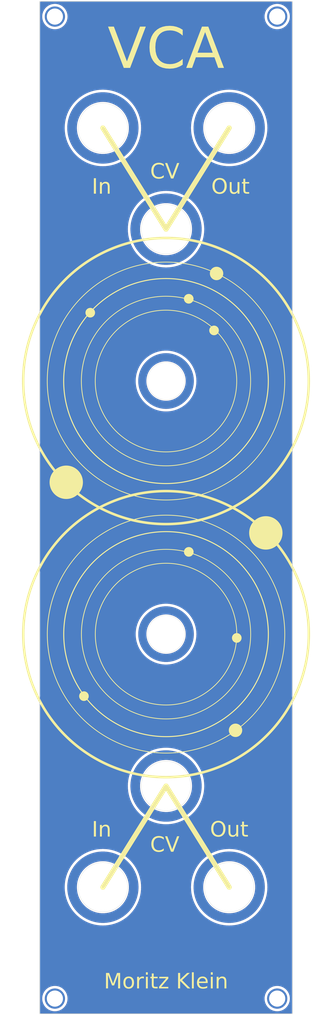
<source format=kicad_pcb>
(kicad_pcb (version 20241229) (generator "pcbnew") (generator_version "9.0")
  (layers (0 "F.Cu" signal) (2 "B.Cu" signal) (13 "F.Paste" user) (15 "B.Paste" user) (5 "F.SilkS" user "F.Silkscreen") (7 "B.SilkS" user "B.Silkscreen") (1 "F.Mask" user) (3 "B.Mask" user) (25 "Edge.Cuts" user))
  (net 0 "")
  (net 1 "GND")
  (footprint "Kosmo_panel:Kosmo_Jack_Hole" (layer "F.Cu") (at 78.6 82.6 180)
    (property "Reference" "H4" (hide yes))
    (property "Value" "Jack_Hole")
    (fp_circle (center 0 0) (end 4.9 0) (stroke (width 0.05)) (fill no) (layer "Edge.Cuts"))
    (pad "1" smd custom (at -6.1 0 180) (size 0.5 0.5) (layers "F.Cu" "F.Mask" "F.Paste") (options (clearance outline) (anchor circle)) (primitives (gr_circle (center 6.1 0) (end 12.2 0) (width 1.9) (fill no))))
    (pad "1" smd custom (at -6.1 0 180) (size 0.5 0.5) (layers "B.Cu" "B.Mask" "B.Paste") (options (clearance outline) (anchor circle)) (primitives (gr_circle (center 6.1 0) (end 12.2 0) (width 1.9) (fill no))))
  )
  (footprint "Kosmo_panel:Kosmo_Panel_Mounting_Hole" (layer "F.Cu") (at 69.1 254.6)
    (property "Reference" "REF**" (hide yes))
    (property "Value" "Kosmo_Panel_Mounting_Hole")
    (pad "1" thru_hole circle (at 0 0) (size 4 4) (drill 3.2) (layers "*.Cu" "*.Mask"))
  )
  (footprint "Kosmo_panel:Kosmo_Jack_Hole" (layer "F.Cu") (at 103.6 232.6)
    (property "Reference" "H4" (hide yes))
    (property "Value" "Jack_Hole")
    (fp_circle (center 0 0) (end 4.9 0) (stroke (width 0.05)) (fill no) (layer "Edge.Cuts"))
    (pad "1" smd custom (at -6.1 0) (size 0.5 0.5) (layers "F.Cu" "F.Mask" "F.Paste") (options (clearance outline) (anchor circle)) (primitives (gr_circle (center 6.1 0) (end 12.2 0) (width 1.9) (fill no))))
    (pad "1" smd custom (at -6.1 0) (size 0.5 0.5) (layers "B.Cu" "B.Mask" "B.Paste") (options (clearance outline) (anchor circle)) (primitives (gr_circle (center 6.1 0) (end 12.2 0) (width 1.9) (fill no))))
  )
  (footprint "Kosmo_panel:Kosmo_Pot_Hole" (layer "F.Cu") (at 91.1 132.6)
    (property "Reference" "H6" (hide yes))
    (property "Value" "Pot_Hole")
    (fp_circle (center 0 0) (end 3.7 0) (stroke (width 0.05)) (fill no) (layer "Edge.Cuts"))
    (pad "1" smd custom (at -4.7 0) (size 0.5 0.5) (layers "F.Cu" "F.Mask" "F.Paste") (options (clearance outline) (anchor circle)) (primitives (gr_circle (center 4.7 0) (end 9.4 0) (width 1.6) (fill no))))
    (pad "1" smd custom (at -4.7 0) (size 0.5 0.5) (layers "B.Cu" "B.Mask" "B.Paste") (options (clearance outline) (anchor circle)) (primitives (gr_circle (center 4.7 0) (end 9.4 0) (width 1.6) (fill no))))
  )
  (footprint "Kosmo_panel:Kosmo_Jack_Hole" (layer "F.Cu") (at 103.6 82.6 180)
    (property "Reference" "H4" (hide yes))
    (property "Value" "Jack_Hole")
    (fp_circle (center 0 0) (end 4.9 0) (stroke (width 0.05)) (fill no) (layer "Edge.Cuts"))
    (pad "1" smd custom (at -6.1 0 180) (size 0.5 0.5) (layers "F.Cu" "F.Mask" "F.Paste") (options (clearance outline) (anchor circle)) (primitives (gr_circle (center 6.1 0) (end 12.2 0) (width 1.9) (fill no))))
    (pad "1" smd custom (at -6.1 0 180) (size 0.5 0.5) (layers "B.Cu" "B.Mask" "B.Paste") (options (clearance outline) (anchor circle)) (primitives (gr_circle (center 6.1 0) (end 12.2 0) (width 1.9) (fill no))))
  )
  (footprint "Kosmo_panel:Kosmo_Jack_Hole" (layer "F.Cu") (at 91.1 212.6)
    (property "Reference" "H4" (hide yes))
    (property "Value" "Jack_Hole")
    (fp_circle (center 0 0) (end 4.9 0) (stroke (width 0.05)) (fill no) (layer "Edge.Cuts"))
    (pad "1" smd custom (at -6.1 0) (size 0.5 0.5) (layers "F.Cu" "F.Mask" "F.Paste") (options (clearance outline) (anchor circle)) (primitives (gr_circle (center 6.1 0) (end 12.2 0) (width 1.9) (fill no))))
    (pad "1" smd custom (at -6.1 0) (size 0.5 0.5) (layers "B.Cu" "B.Mask" "B.Paste") (options (clearance outline) (anchor circle)) (primitives (gr_circle (center 6.1 0) (end 12.2 0) (width 1.9) (fill no))))
  )
  (footprint "Kosmo_panel:Kosmo_Panel_Mounting_Hole" (layer "F.Cu") (at 113.1 60.6)
    (property "Reference" "REF**" (hide yes))
    (property "Value" "Kosmo_Panel_Mounting_Hole")
    (pad "1" thru_hole circle (at 0 0) (size 4 4) (drill 3.2) (layers "*.Cu" "*.Mask"))
  )
  (footprint "Kosmo_panel:Kosmo_Jack_Hole" (layer "F.Cu") (at 78.6 232.6)
    (property "Reference" "H4" (hide yes))
    (property "Value" "Jack_Hole")
    (fp_circle (center 0 0) (end 4.9 0) (stroke (width 0.05)) (fill no) (layer "Edge.Cuts"))
    (pad "1" smd custom (at -6.1 0) (size 0.5 0.5) (layers "F.Cu" "F.Mask" "F.Paste") (options (clearance outline) (anchor circle)) (primitives (gr_circle (center 6.1 0) (end 12.2 0) (width 1.9) (fill no))))
    (pad "1" smd custom (at -6.1 0) (size 0.5 0.5) (layers "B.Cu" "B.Mask" "B.Paste") (options (clearance outline) (anchor circle)) (primitives (gr_circle (center 6.1 0) (end 12.2 0) (width 1.9) (fill no))))
  )
  (footprint "Kosmo_panel:Kosmo_Jack_Hole" (layer "F.Cu") (at 91.1 102.6 180)
    (property "Reference" "H4" (hide yes))
    (property "Value" "Jack_Hole")
    (fp_circle (center 0 0) (end 4.9 0) (stroke (width 0.05)) (fill no) (layer "Edge.Cuts"))
    (pad "1" smd custom (at -6.1 0 180) (size 0.5 0.5) (layers "F.Cu" "F.Mask" "F.Paste") (options (clearance outline) (anchor circle)) (primitives (gr_circle (center 6.1 0) (end 12.2 0) (width 1.9) (fill no))))
    (pad "1" smd custom (at -6.1 0 180) (size 0.5 0.5) (layers "B.Cu" "B.Mask" "B.Paste") (options (clearance outline) (anchor circle)) (primitives (gr_circle (center 6.1 0) (end 12.2 0) (width 1.9) (fill no))))
  )
  (footprint "Kosmo_panel:Kosmo_Panel_Mounting_Hole" (layer "F.Cu") (at 69.1 60.6)
    (property "Reference" "REF**" (hide yes))
    (property "Value" "Kosmo_Panel_Mounting_Hole")
    (pad "1" thru_hole circle (at 0 0) (size 4 4) (drill 3.2) (layers "*.Cu" "*.Mask"))
  )
  (footprint "Kosmo_panel:Kosmo_Panel_Mounting_Hole" (layer "F.Cu") (at 113.1 254.6)
    (property "Reference" "REF**" (hide yes))
    (property "Value" "Kosmo_Panel_Mounting_Hole")
    (pad "1" thru_hole circle (at 0 0) (size 4 4) (drill 3.2) (layers "*.Cu" "*.Mask"))
  )
  (footprint "Kosmo_panel:Kosmo_Pot_Hole" (layer "F.Cu") (at 91.1 182.6)
    (property "Reference" "H6" (hide yes))
    (property "Value" "Pot_Hole")
    (fp_circle (center 0 0) (end 3.7 0) (stroke (width 0.05)) (fill no) (layer "Edge.Cuts"))
    (pad "1" smd custom (at -4.7 0) (size 0.5 0.5) (layers "F.Cu" "F.Mask" "F.Paste") (options (clearance outline) (anchor circle)) (primitives (gr_circle (center 4.7 0) (end 9.4 0) (width 1.6) (fill no))))
    (pad "1" smd custom (at -4.7 0) (size 0.5 0.5) (layers "B.Cu" "B.Mask" "B.Paste") (options (clearance outline) (anchor circle)) (primitives (gr_circle (center 4.7 0) (end 9.4 0) (width 1.6) (fill no))))
  )
  (gr_circle (center 95.6 166.35) (end 96.35 166.85) (stroke (width 0.1)) (fill yes) (layer "F.SilkS"))
  (gr_circle (center 91.090047 132.6) (end 105.090047 132.6) (stroke (width 0.15)) (fill no) (layer "F.SilkS"))
  (gr_circle (center 91.1 182.6) (end 111.35 182.6) (stroke (width 0.2)) (fill no) (layer "F.SilkS"))
  (gr_line (start 103.6 82.6) (end 91.1 102.6) (stroke (width 1)) (layer "F.SilkS"))
  (gr_circle (center 104.85 201.6) (end 106.1 201.85) (stroke (width 0.1)) (fill yes) (layer "F.SilkS"))
  (gr_line (start 78.6 232.6) (end 91.1 212.6) (stroke (width 1)) (layer "F.SilkS"))
  (gr_circle (center 101.1 111.35) (end 102.35 111.6) (stroke (width 0.1)) (fill yes) (layer "F.SilkS"))
  (gr_circle (center 76.1 119.1) (end 76.85 119.6) (stroke (width 0.1)) (fill yes) (layer "F.SilkS"))
  (gr_circle (center 71.35 152.6) (end 74.6 152.6) (stroke (width 0.1)) (fill yes) (layer "F.SilkS"))
  (gr_line (start 91.1 212.6) (end 103.6 232.6) (stroke (width 1)) (layer "F.SilkS"))
  (gr_circle (center 91.090047 132.6) (end 114.590047 132.6) (stroke (width 0.15)) (fill no) (layer "F.SilkS"))
  (gr_line (start 91.1 102.6) (end 78.6 82.6) (stroke (width 1)) (layer "F.SilkS"))
  (gr_circle (center 91.1 182.6) (end 114.6 182.6) (stroke (width 0.15)) (fill no) (layer "F.SilkS"))
  (gr_circle (center 91.090047 132.6) (end 119.340047 131.85) (stroke (width 0.5)) (fill no) (layer "F.SilkS"))
  (gr_circle (center 91.1 182.6) (end 107.85 182.6) (stroke (width 0.15)) (fill no) (layer "F.SilkS"))
  (gr_circle (center 91.1 182.6) (end 105.1 182.6) (stroke (width 0.15)) (fill no) (layer "F.SilkS"))
  (gr_circle (center 74.85 194.85) (end 75.6 195.35) (stroke (width 0.1)) (fill yes) (layer "F.SilkS"))
  (gr_circle (center 91.090047 132.6) (end 111.340047 132.6) (stroke (width 0.2)) (fill no) (layer "F.SilkS"))
  (gr_circle (center 95.590047 116.35) (end 96.340047 116.85) (stroke (width 0.1)) (fill yes) (layer "F.SilkS"))
  (gr_circle (center 105.1 183.35) (end 105.85 183.85) (stroke (width 0.1)) (fill yes) (layer "F.SilkS"))
  (gr_circle (center 91.090047 132.6) (end 107.840047 132.6) (stroke (width 0.15)) (fill no) (layer "F.SilkS"))
  (gr_circle (center 91.1 182.6) (end 119.35 181.85) (stroke (width 0.5)) (fill no) (layer "F.SilkS"))
  (gr_circle (center 100.6 122.6) (end 101.35 123.1) (stroke (width 0.1)) (fill yes) (layer "F.SilkS"))
  (gr_circle (center 110.85 162.6) (end 114.1 162.6) (stroke (width 0.1)) (fill yes) (layer "F.SilkS"))
  (gr_rect (start 66.1 57.6) (end 116.1 257.6) (stroke (width 0.1)) (fill no) (layer "Edge.Cuts"))
  (gr_text "In" (at 78.35 96.1 0) (layer "F.SilkS") (effects (font (size 3 3)) (justify bottom)))
  (gr_text "Moritz Klein" (at 91.1 253.1 0) (layer "F.SilkS") (effects (font (size 3 3)) (justify bottom)))
  (gr_text "Out" (at 103.6 223.1 0) (layer "F.SilkS") (effects (font (size 3 3)) (justify bottom)))
  (gr_text "In" (at 78.35 223.1 0) (layer "F.SilkS") (effects (font (size 3 3)) (justify bottom)))
  (gr_text "Out\n" (at 103.85 96.1 0) (layer "F.SilkS") (effects (font (size 3 3)) (justify bottom)))
  (gr_text "CV\n" (at 90.85 93.1 0) (layer "F.SilkS") (effects (font (size 3 3)) (justify bottom)))
  (gr_text "VCA" (at 91.1 72.1 0) (layer "F.SilkS") (effects (font (size 8 8)) (justify bottom)))
  (gr_text "CV\n" (at 90.85 226.1 0) (layer "F.SilkS") (effects (font (size 3 3)) (justify bottom)))
  (zone (net 1) (net_name "GND") (layers "F.Cu" "B.Cu") (connect_pads (clearance 0.508)) (min_thickness 0.254) (fill yes (thermal_gap 0.508) (thermal_bridge_width 0.508))
    (polygon (pts (xy 116.1 257.6) (xy 66.1 257.6) (xy 66.1 57.6) (xy 116.1 57.6)))
  )
)
</source>
